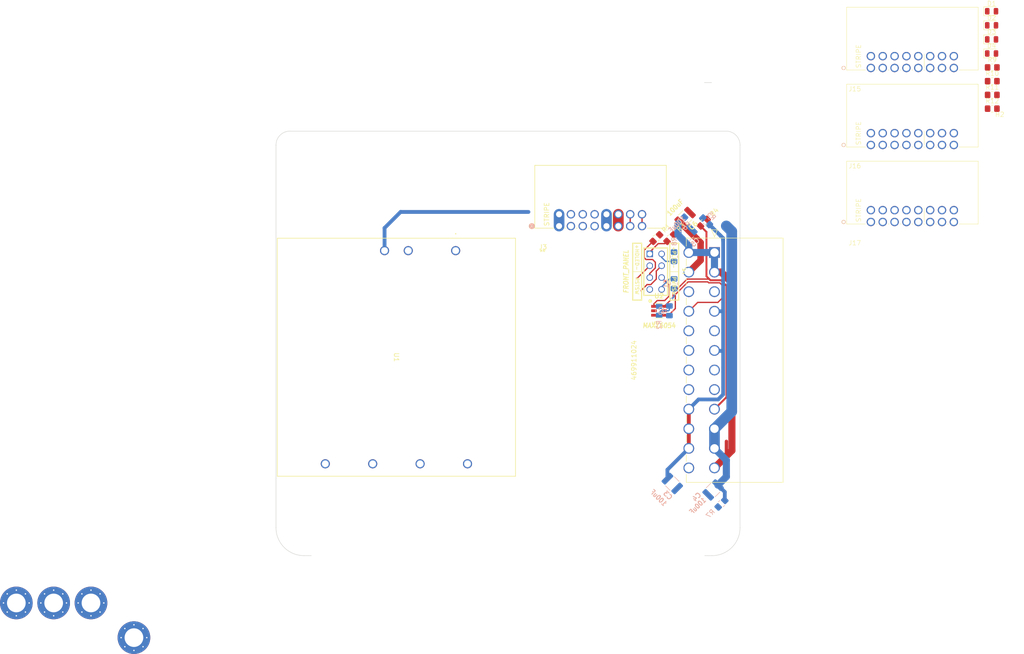
<source format=kicad_pcb>
(kicad_pcb (version 20240108) (generator "pcbnew") (generator_version "8.0")
  (layers (0 "F.Cu" signal) (31 "B.Cu" signal) (34 "B.Paste" user) (35 "F.Paste" user) (36 "B.SilkS" user "B.Silkscreen") (37 "F.SilkS" user "F.Silkscreen") (38 "B.Mask" user) (39 "F.Mask" user) (44 "Edge.Cuts" user))
  (net 0 "")
  (net 1 "/GATE")
  (net 2 "/CV")
  (net 3 "GND")
  (net 4 "+5V")
  (net 5 "+12V")
  (net 6 "-12V")
  (net 7 "Net-(D1-K)")
  (net 8 "Net-(D2-K)")
  (net 9 "Net-(D3-A)")
  (net 10 "Net-(D4-K)")
  (net 11 "/CON_GATE 0")
  (net 12 "/CON_CV 0")
  (net 13 "/CON_CV 1")
  (net 14 "/CON_GATE 1")
  (net 17 "+5VSB")
  (net 18 "/~{RST_SIG}")
  (net 19 "+3.3V")
  (net 21 "/~{PS_ON}")
  (net 23 "/HDD_LED-")
  (net 24 "/PWR_LED+")
  (net 25 "/HDD_LED+")
  (net 26 "/PWR_LED-")
  (net 27 "GNDA")
  (net 28 "-12VA")
  (net 29 "+12VA")
  (net 31 "/~{RST_SW}")
  (net 32 "/~{PWR_SW}")
  (footprint "LED_SMD:LED_0805_2012Metric" (layer "F.Cu") (at 291.865 23.615)
    (property "Reference" "D4" (at 0 -1.65 0) (layer "F.SilkS") (effects (font (thickness 0.1))))
    (property "Value" "PWR_CONN")
    (pad "1" smd roundrect (at -0.9375 0) (size 0.975 1.4) (layers "F.Cu" "F.Paste" "F.Mask") (net 10 "Net-(D4-K)"))
    (pad "2" smd roundrect (at 0.9375 0) (size 0.975 1.4) (layers "F.Cu" "F.Paste" "F.Mask") (net 17 "+5VSB"))
  )
  (footprint "Resistor_SMD:R_0805_2012Metric_Pad1.20x1.40mm_HandSolder" (layer "F.Cu") (at 223.005 63.2 -135)
    (property "Reference" "R3" (at -3.25 0 45) (layer "F.SilkS"))
    (property "Value" "330")
    (pad "1" smd roundrect (at -1 0 225) (size 1.2 1.4) (layers "F.Cu" "F.Paste" "F.Mask") (roundrect_rratio 0.208333) (net 4 "+5V"))
    (pad "2" smd roundrect (at 1 0 225) (size 1.2 1.4) (layers "F.Cu" "F.Paste" "F.Mask") (roundrect_rratio 0.208333) (net 25 "/HDD_LED+"))
  )
  (footprint "Resistor_SMD:R_0805_2012Metric_Pad1.20x1.40mm_HandSolder" (layer "F.Cu") (at 292.005 32.5)
    (property "Reference" "R11" (at 0 -1.65 0) (layer "F.SilkS") (effects (font (thickness 0.1))))
    (property "Value" "500")
    (pad "1" smd roundrect (at -1 0) (size 1.2 1.4) (layers "F.Cu" "F.Paste" "F.Mask") (roundrect_rratio 0.208333) (net 3 "GND"))
    (pad "2" smd roundrect (at 1 0) (size 1.2 1.4) (layers "F.Cu" "F.Paste" "F.Mask") (roundrect_rratio 0.208333) (net 8 "Net-(D2-K)"))
  )
  (footprint "llama_shared:H_ATX_PERF" (layer "F.Cu") (at 90.85 141.465 90)
    (property "Reference" "H5" (hide yes))
    (property "Value" "H_HOLE" (hide yes))
    (pad "1" thru_hole circle (at -2.75 0 90) (size 0.4 0.4) (drill 0.3) (layers "*.Cu" "*.Mask") (net 3 "GND"))
    (pad "1" thru_hole circle (at -1.95 -1.95 90) (size 0.4 0.4) (drill 0.3) (layers "*.Cu" "*.Mask") (net 3 "GND"))
    (pad "1" thru_hole circle (at -1.95 1.95 90) (size 0.4 0.4) (drill 0.3) (layers "*.Cu" "*.Mask") (net 3 "GND"))
    (pad "1" thru_hole circle (at 0 -2.75 90) (size 0.4 0.4) (drill 0.3) (layers "*.Cu" "*.Mask") (net 3 "GND"))
    (pad "1" thru_hole circle (at 0 0 90) (size 7 7) (drill 4) (layers "*.Cu" "*.Mask") (net 3 "GND"))
    (pad "1" thru_hole circle (at 0 2.75 90) (size 0.4 0.4) (drill 0.3) (layers "*.Cu" "*.Mask") (net 3 "GND"))
    (pad "1" thru_hole circle (at 1.95 -1.95 90) (size 0.4 0.4) (drill 0.3) (layers "*.Cu" "*.Mask") (net 3 "GND"))
    (pad "1" thru_hole circle (at 1.95 1.95 90) (size 0.4 0.4) (drill 0.3) (layers "*.Cu" "*.Mask") (net 3 "GND"))
    (pad "1" thru_hole circle (at 2.75 0 90) (size 0.4 0.4) (drill 0.3) (layers "*.Cu" "*.Mask") (net 3 "GND"))
  )
  (footprint "Resistor_SMD:R_0805_2012Metric_Pad1.20x1.40mm_HandSolder" (layer "F.Cu") (at 292.005 29.55)
    (property "Reference" "R10" (at 0 -1.65 0) (layer "F.SilkS") (effects (font (thickness 0.1))))
    (property "Value" "150")
    (pad "1" smd roundrect (at -1 0) (size 1.2 1.4) (layers "F.Cu" "F.Paste" "F.Mask") (roundrect_rratio 0.208333) (net 3 "GND"))
    (pad "2" smd roundrect (at 1 0) (size 1.2 1.4) (layers "F.Cu" "F.Paste" "F.Mask") (roundrect_rratio 0.208333) (net 7 "Net-(D1-K)"))
  )
  (footprint "AT-Footprints:DKA30_MWU" (layer "F.Cu") (at 177.005 65.9 -90)
    (property "Reference" "U1" (at 22.86 12.7 -90) (layer "F.SilkS"))
    (property "Value" "DKA30A-12")
    (fp_text user "*" (at 0 -18.626668 -90) (layer "F.SilkS"))
    (fp_text user "*" (at 0 -18.626668 90) (layer "F.SilkS"))
    (pad "1" thru_hole circle (at 0 0 270) (size 1.9558 1.9558) (drill 1.4478) (layers "*.Cu" "*.Mask"))
    (pad "3" thru_hole circle (at 0 10.16 270) (size 1.9558 1.9558) (drill 1.4478) (layers "*.Cu" "*.Mask") (net 3 "GND"))
    (pad "4" thru_hole circle (at 0 15.24 270) (size 1.9558 1.9558) (drill 1.4478) (layers "*.Cu" "*.Mask") (net 5 "+12V"))
    (pad "5" thru_hole circle (at 45.72 27.94 270) (size 1.9558 1.9558) (drill 1.4478) (layers "*.Cu" "*.Mask") (net 29 "+12VA"))
    (pad "6" thru_hole circle (at 45.72 17.78 270) (size 1.9558 1.9558) (drill 1.4478) (layers "*.Cu" "*.Mask") (net 27 "GNDA"))
    (pad "7" thru_hole circle (at 45.72 7.62 270) (size 1.9558 1.9558) (drill 1.4478) (layers "*.Cu" "*.Mask") (net 28 "-12VA"))
    (pad "8" thru_hole circle (at 45.72 -2.54 270) (size 1.9558 1.9558) (drill 1.4478) (layers "*.Cu" "*.Mask"))
  )
  (footprint "llama_shared:C_1210_3225Metric" (layer "F.Cu") (at 226.179517 58.767983 -135)
    (property "Reference" "C6" (at 0 -2.5 45) (layer "F.SilkS") (effects (font (size 1.016 1.016) (thickness 0.2032))))
    (property "Value" "100uF" (at 0 3 45) (layer "F.SilkS") (effects (font (size 1.016 0.9144) (thickness 0.2032))))
    (pad "1" smd roundrect (at -1.475001 0 225) (size 1.15 2.7) (layers "F.Cu" "F.Paste" "F.Mask") (roundrect_rratio 0.217391) (net 3 "GND"))
    (pad "2" smd roundrect (at 1.475001 0 225) (size 1.15 2.7) (layers "F.Cu" "F.Paste" "F.Mask") (roundrect_rratio 0.217391) (net 6 "-12V"))
  )
  (footprint "Resistor_SMD:R_0805_2012Metric_Pad1.20x1.40mm_HandSolder" (layer "F.Cu") (at 220.005 63.2 -135)
    (property "Reference" "R1" (at -3 0 45) (layer "F.SilkS"))
    (property "Value" "10k")
    (pad "1" smd roundrect (at -1 0 225) (size 1.2 1.4) (layers "F.Cu" "F.Paste" "F.Mask") (roundrect_rratio 0.208333) (net 4 "+5V"))
    (pad "2" smd roundrect (at 1 0 225) (size 1.2 1.4) (layers "F.Cu" "F.Paste" "F.Mask") (roundrect_rratio 0.208333) (net 31 "/~{RST_SW}"))
  )
  (footprint "AT-Footprints:EURORACK Right Angle" (layer "F.Cu") (at 265.993 59.753997)
    (property "Reference" "J17" (at -3.45 4.5 0) (layer "F.SilkS") (effects (font (thickness 0.1))))
    (property "Value" "EXT MODULE")
    (fp_text user "STRIPE" (at -2.05 0.1 90) (layer "F.SilkS") (effects (font (thickness 0.1)) (justify left bottom)))
    (pad "1" thru_hole circle (at 0 0) (size 1.8034 1.8034) (drill 1.2954) (layers "*.Cu" "*.Mask") (net 6 "-12V"))
    (pad "2" thru_hole circle (at 0 -2.54) (size 1.8034 1.8034) (drill 1.2954) (layers "*.Cu" "*.Mask") (net 6 "-12V"))
    (pad "3" thru_hole circle (at 2.54 0) (size 1.8034 1.8034) (drill 1.2954) (layers "*.Cu" "*.Mask") (net 3 "GND"))
    (pad "4" thru_hole circle (at 2.54 -2.54) (size 1.8034 1.8034) (drill 1.2954) (layers "*.Cu" "*.Mask") (net 3 "GND"))
    (pad "5" thru_hole circle (at 5.08 0) (size 1.8034 1.8034) (drill 1.2954) (layers "*.Cu" "*.Mask") (net 3 "GND"))
    (pad "6" thru_hole circle (at 5.08 -2.54) (size 1.8034 1.8034) (drill 1.2954) (layers "*.Cu" "*.Mask") (net 3 "GND"))
    (pad "7" thru_hole circle (at 7.62 0) (size 1.8034 1.8034) (drill 1.2954) (layers "*.Cu" "*.Mask") (net 3 "GND"))
    (pad "8" thru_hole circle (at 7.62 -2.54) (size 1.8034 1.8034) (drill 1.2954) (layers "*.Cu" "*.Mask") (net 3 "GND"))
    (pad "9" thru_hole circle (at 10.16 0) (size 1.8034 1.8034) (drill 1.2954) (layers "*.Cu" "*.Mask") (net 5 "+12V"))
    (pad "10" thru_hole circle (at 10.16 -2.54) (size 1.8034 1.8034) (drill 1.2954) (layers "*.Cu" "*.Mask") (net 5 "+12V"))
    (pad "11" thru_hole circle (at 12.7 0) (size 1.8034 1.8034) (drill 1.2954) (layers "*.Cu" "*.Mask") (net 4 "+5V"))
    (pad "12" thru_hole circle (at 12.7 -2.54) (size 1.8034 1.8034) (drill 1.2954) (layers "*.Cu" "*.Mask") (net 4 "+5V"))
    (pad "13" thru_hole circle (at 15.24 0) (size 1.8034 1.8034) (drill 1.2954) (layers "*.Cu" "*.Mask") (net 13 "/CON_CV 1"))
    (pad "14" thru_hole circle (at 15.24 -2.54) (size 1.8034 1.8034) (drill 1.2954) (layers "*.Cu" "*.Mask") (net 14 "/CON_GATE 1"))
    (pad "15" thru_hole circle (at 17.78 0) (size 1.8034 1.8034) (drill 1.2954) (layers "*.Cu" "*.Mask") (net 14 "/CON_GATE 1"))
    (pad "16" thru_hole circle (at 17.78 -2.54) (size 1.8034 1.8034) (drill 1.2954) (layers "*.Cu" "*.Mask") (net 13 "/CON_CV 1"))
  )
  (footprint "llama_shared:P_CONN_PANEL" (layer "F.Cu") (at 219.875 70.41 -90)
    (property "Reference" "J6" (at 0 -6.35 90) (layer "F.SilkS") (effects (font (size 1.016 1.016) (thickness 0.2032))))
    (property "Value" "FRONT_PANEL" (at 0 6.35 90) (layer "F.SilkS") (effects (font (size 1.016 0.9144) (thickness 0.2032) (italic yes))))
    (fp_text user "+HDLED-" (at -3.048 4.0106 -90) (layer "F.SilkS") (effects (font (size 0.762 0.762) (thickness 0.1524) (bold yes))))
    (fp_text user "RSTSW" (at 3.048 4.0106 -90) (layer "F.SilkS") (effects (font (size 0.762 0.762) (thickness 0.1524) (bold yes))))
    (fp_text user "PWRSW" (at 3.048 -3.909 -90) (layer "F.SilkS") (effects (font (size 0.762 0.762) (thickness 0.1524) (bold yes))))
    (fp_text user "+PLED-" (at -3.048 -3.909 -90) (layer "F.SilkS") (effects (font (size 0.762 0.762) (thickness 0.1524) (bold yes))))
    (pad "1" thru_hole rect (at -3.81 1.27 270) (size 1.397 1.397) (drill 1.016) (layers "*.Cu" "*.Mask") (net 25 "/HDD_LED+"))
    (pad "2" thru_hole circle (at -1.27 1.27 270) (size 1.397 1.397) (drill 1.016) (layers "*.Cu" "*.Mask") (net 23 "/HDD_LED-"))
    (pad "3" thru_hole circle (at 1.27 1.27 270) (size 1.397 1.397) (drill 1.016) (layers "*.Cu" "*.Mask") (net 31 "/~{RST_SW}"))
    (pad "4" thru_hole circle (at 3.81 1.27 270) (size 1.397 1.397) (drill 1.016) (layers "*.Cu" "*.Mask") (net 3 "GND"))
    (pad "5" thru_hole circle (at 3.81 -1.27 270) (size 1.397 1.397) (drill 1.016) (layers "*.Cu" "*.Mask") (net 3 "GND"))
    (pad "6" thru_hole circle (at 1.27 -1.27 270) (size 1.397 1.397) (drill 1.016) (layers "*.Cu" "*.Mask") (net 32 "/~{PWR_SW}"))
    (pad "7" thru_hole circle (at -1.27 -1.27 270) (size 1.397 1.397) (drill 1.016) (layers "*.Cu" "*.Mask") (net 26 "/PWR_LED-"))
    (pad "8" thru_hole circle (at -3.81 -1.27 270) (size 1.397 1.397) (drill 1.016) (layers "*.Cu" "*.Mask") (net 24 "/PWR_LED+"))
  )
  (footprint "Resistor_SMD:R_0805_2012Metric_Pad1.20x1.40mm_HandSolder" (layer "F.Cu") (at 230.179607 59.9 45)
    (property "Reference" "R4" (at 3.181981 0 45) (layer "F.SilkS"))
    (property "Value" "470")
    (pad "1" smd roundrect (at -1 0 45) (size 1.2 1.4) (layers "F.Cu" "F.Paste" "F.Mask") (roundrect_rratio 0.208333) (net 17 "+5VSB"))
    (pad "2" smd roundrect (at 1 0 45) (size 1.2 1.4) (layers "F.Cu" "F.Paste" "F.Mask") (roundrect_rratio 0.208333) (net 3 "GND"))
  )
  (footprint "llama_shared:H_ATX_PERF" (layer "F.Cu") (at 82.85 141.465 90)
    (property "Reference" "H1" (hide yes))
    (property "Value" "H_HOLE" (hide yes))
    (pad "1" thru_hole circle (at -2.75 0 90) (size 0.4 0.4) (drill 0.3) (layers "*.Cu" "*.Mask") (net 3 "GND"))
    (pad "1" thru_hole circle (at -1.95 -1.95 90) (size 0.4 0.4) (drill 0.3) (layers "*.Cu" "*.Mask") (net 3 "GND"))
    (pad "1" thru_hole circle (at -1.95 1.95 90) (size 0.4 0.4) (drill 0.3) (layers "*.Cu" "*.Mask") (net 3 "GND"))
    (pad "1" thru_hole circle (at 0 -2.75 90) (size 0.4 0.4) (drill 0.3) (layers "*.Cu" "*.Mask") (net 3 "GND"))
    (pad "1" thru_hole circle (at 0 0 90) (size 7 7) (drill 4) (layers "*.Cu" "*.Mask") (net 3 "GND"))
    (pad "1" thru_hole circle (at 0 2.75 90) (size 0.4 0.4) (drill 0.3) (layers "*.Cu" "*.Mask") (net 3 "GND"))
    (pad "1" thru_hole circle (at 1.95 -1.95 90) (size 0.4 0.4) (drill 0.3) (layers "*.Cu" "*.Mask") (net 3 "GND"))
    (pad "1" thru_hole circle (at 1.95 1.95 90) (size 0.4 0.4) (drill 0.3) (layers "*.Cu" "*.Mask") (net 3 "GND"))
    (pad "1" thru_hole circle (at 2.75 0 90) (size 0.4 0.4) (drill 0.3) (layers "*.Cu" "*.Mask") (net 3 "GND"))
  )
  (footprint "LED_SMD:LED_0805_2012Metric" (layer "F.Cu") (at 291.865 14.555)
    (property "Reference" "D1" (at 0 -1.65 0) (layer "F.SilkS") (effects (font (thickness 0.1))))
    (property "Value" "5V OK")
    (pad "1" smd roundrect (at -0.9375 0) (size 0.975 1.4) (layers "F.Cu" "F.Paste" "F.Mask") (net 7 "Net-(D1-K)"))
    (pad "2" smd roundrect (at 0.9375 0) (size 0.975 1.4) (layers "F.Cu" "F.Paste" "F.Mask") (net 4 "+5V"))
  )
  (footprint "AT-Footprints:EURORACK Right Angle" (layer "F.Cu") (at 265.993 43.238998)
    (property "Reference" "J16" (at -3.45 4.5 0) (layer "F.SilkS") (effects (font (thickness 0.1))))
    (property "Value" "EXT MODULE")
    (fp_text user "STRIPE" (at -2.05 0.1 90) (layer "F.SilkS") (effects (font (thickness 0.1)) (justify left bottom)))
    (pad "1" thru_hole circle (at 0 0) (size 1.8034 1.8034) (drill 1.2954) (layers "*.Cu" "*.Mask") (net 6 "-12V"))
    (pad "2" thru_hole circle (at 0 -2.54) (size 1.8034 1.8034) (drill 1.2954) (layers "*.Cu" "*.Mask") (net 6 "-12V"))
    (pad "3" thru_hole circle (at 2.54 0) (size 1.8034 1.8034) (drill 1.2954) (layers "*.Cu" "*.Mask") (net 3 "GND"))
    (pad "4" thru_hole circle (at 2.54 -2.54) (size 1.8034 1.8034) (drill 1.2954) (layers "*.Cu" "*.Mask") (net 3 "GND"))
    (pad "5" thru_hole circle (at 5.08 0) (size 1.8034 1.8034) (drill 1.2954) (layers "*.Cu" "*.Mask") (net 3 "GND"))
    (pad "6" thru_hole circle (at 5.08 -2.54) (size 1.8034 1.8034) (drill 1.2954) (layers "*.Cu" "*.Mask") (net 3 "GND"))
    (pad "7" thru_hole circle (at 7.62 0) (size 1.8034 1.8034) (drill 1.2954) (layers "*.Cu" "*.Mask") (net 3 "GND"))
    (pad "8" thru_hole circle (at 7.62 -2.54) (size 1.8034 1.8034) (drill 1.2954) (layers "*.Cu" "*.Mask") (net 3 "GND"))
    (pad "9" thru_hole circle (at 10.16 0) (size 1.8034 1.8034) (drill 1.2954) (layers "*.Cu" "*.Mask") (net 5 "+12V"))
    (pad "10" thru_hole circle (at 10.16 -2.54) (size 1.8034 1.8034) (drill 1.2954) (layers "*.Cu" "*.Mask") (net 5 "+12V"))
    (pad "11" thru_hole circle (at 12.7 0) (size 1.8034 1.8034) (drill 1.2954) (layers "*.Cu" "*.Mask") (net 4 "+5V"))
    (pad "12" thru_hole circle (at 12.7 -2.54) (size 1.8034 1.8034) (drill 1.2954) (layers "*.Cu" "*.Mask") (net 4 "+5V"))
    (pad "13" thru_hole circle (at 15.24 0) (size 1.8034 1.8034) (drill 1.2954) (layers "*.Cu" "*.Mask") (net 12 "/CON_CV 0"))
    (pad "14" thru_hole circle (at 15.24 -2.54) (size 1.8034 1.8034) (drill 1.2954) (layers "*.Cu" "*.Mask") (net 11 "/CON_GATE 0"))
    (pad "15" thru_hole circle (at 17.78 0) (size 1.8034 1.8034) (drill 1.2954) (layers "*.Cu" "*.Mask") (net 11 "/CON_GATE 0"))
    (pad "16" thru_hole circle (at 17.78 -2.54) (size 1.8034 1.8034) (drill 1.2954) (layers "*.Cu" "*.Mask") (net 12 "/CON_CV 0"))
  )
  (footprint "Resistor_SMD:R_0805_2012Metric_Pad1.20x1.40mm_HandSolder" (layer "F.Cu") (at 292.005 26.6)
    (property "Reference" "R9" (at 0 -1.65 0) (layer "F.SilkS") (effects (font (thickness 0.1))))
    (property "Value" "150")
    (pad "1" smd roundrect (at -1 0) (size 1.2 1.4) (layers "F.Cu" "F.Paste" "F.Mask") (roundrect_rratio 0.208333) (net 3 "GND"))
    (pad "2" smd roundrect (at 1 0) (size 1.2 1.4) (layers "F.Cu" "F.Paste" "F.Mask") (roundrect_rratio 0.208333) (net 10 "Net-(D4-K)"))
  )
  (footprint "MountingHole:MountingHole_3.2mm_M3" (layer "F.Cu") (at 293.605 40.9)
    (property "Reference" "H2" (at 0 -4.2 0) (layer "F.SilkS") (effects (font (thickness 0.1))))
    (property "Value" "MountingHole")
    (pad "" np_thru_hole circle (at 0 0) (size 3.2 3.2) (drill 3.2) (layers "*.Cu" "*.Mask"))
  )
  (footprint "llama_shared:H_ATX_PERF" (layer "F.Cu") (at 108.055 148.9 90)
    (property "Reference" "H7" (hide yes))
    (property "Value" "H_HOLE" (hide yes))
    (pad "1" thru_hole circle (at -2.75 0 90) (size 0.4 0.4) (drill 0.3) (layers "*.Cu" "*.Mask") (net 3 "GND"))
    (pad "1" thru_hole circle (at -1.95 -1.95 90) (size 0.4 0.4) (drill 0.3) (layers "*.Cu" "*.Mask") (net 3 "GND"))
    (pad "1" thru_hole circle (at -1.95 1.95 90) (size 0.4 0.4) (drill 0.3) (layers "*.Cu" "*.Mask") (net 3 "GND"))
    (pad "1" thru_hole circle (at 0 -2.75 90) (size 0.4 0.4) (drill 0.3) (layers "*.Cu" "*.Mask") (net 3 "GND"))
    (pad "1" thru_hole circle (at 0 0 90) (size 7 7) (drill 4) (layers "*.Cu" "*.Mask") (net 3 "GND"))
    (pad "1" thru_hole circle (at 0 2.75 90) (size 0.4 0.4) (drill 0.3) (layers "*.Cu" "*.Mask") (net 3 "GND"))
    (pad "1" thru_hole circle (at 1.95 -1.95 90) (size 0.4 0.4) (drill 0.3) (layers "*.Cu" "*.Mask") (net 3 "GND"))
    (pad "1" thru_hole circle (at 1.95 1.95 90) (size 0.4 0.4) (drill 0.3) (layers "*.Cu" "*.Mask") (net 3 "GND"))
    (pad "1" thru_hole circle (at 2.75 0 90) (size 0.4 0.4) (drill 0.3) (layers "*.Cu" "*.Mask") (net 3 "GND"))
  )
  (footprint "ATX:ATX_24_RIGHT_ANGLE_MOLEX_469911024" (layer "F.Cu") (at 232.4725 66.304002 90)
    (property "Reference" "J5" (at -15.519992 -12.76 90) (layer "F.SilkS"))
    (property "Value" "ATX_POWER")
    (fp_text user "469911024" (at -23.099992 -17.257499 90) (layer "F.SilkS"))
    (pad "1" thru_hole rect (at 0 0 90) (size 2.3 2.3) (drill 1.8) (layers "*.Cu" "*.Mask") (net 19 "+3.3V"))
    (pad "2" thru_hole circle (at -4.199999 0 90) (size 2.3 2.3) (drill 1.8) (layers "*.Cu" "*.Mask") (net 19 "+3.3V"))
    (pad "3" thru_hole circle (at -8.399998 0 90) (size 2.3 2.3) (drill 1.8) (layers "*.Cu" "*.Mask") (net 3 "GND"))
    (pad "4" thru_hole circle (at -12.599998 0 90) (size 2.3 2.3) (drill 1.8) (layers "*.Cu" "*.Mask") (net 4 "+5V"))
    (pad "5" thru_hole circle (at -16.799997 0 90) (size 2.3 2.3) (drill 1.8) (layers "*.Cu" "*.Mask") (net 3 "GND"))
    (pad "6" thru_hole circle (at -20.999996 0 90) (size 2.3 2.3) (drill 1.8) (layers "*.Cu" "*.Mask") (net 4 "+5V"))
    (pad "7" thru_hole circle (at -25.199995 0 90) (size 2.3 2.3) (drill 1.8) (layers "*.Cu" "*.Mask") (net 3 "GND"))
    (pad "8" thru_hole circle (at -29.399995 0 90) (size 2.3 2.3) (drill 1.8) (layers "*.Cu" "*.Mask"))
    (pad "9" thru_hole circle (at -33.599994 0 90) (size 2.3 2.3) (drill 1.8) (layers "*.Cu" "*.Mask") (net 17 "+5VSB"))
    (pad "10" thru_hole circle (at -37.79999 0 90) (size 2.3 2.3) (drill 1.8) (layers "*.Cu" "*.Mask") (net 5 "+12V"))
    (pad "11" thru_hole circle (at -41.99999 0 90) (size 2.3 2.3) (drill 1.8) (layers "*.Cu" "*.Mask") (net 5 "+12V"))
    (pad "12" thru_hole circle (at -46.199989 0 90) (size 2.3 2.3) (drill 1.8) (layers "*.Cu" "*.Mask") (net 19 "+3.3V"))
    (pad "13" thru_hole circle (at 0 -5.499999 90) (size 2.3 2.3) (drill 1.8) (layers "*.Cu" "*.Mask") (net 19 "+3.3V"))
    (pad "14" thru_hole circle (at -4.199999 -5.499999 90) (size 2.3 2.3) (drill 1.8) (layers "*.Cu" "*.Mask") (net 6 "-12V"))
    (pad "15" thru_hole circle (at -8.399998 -5.499999 90) (size 2.3 2.3) (drill 1.8) (layers "*.Cu" "*.Mask") (net 3 "GND"))
    (pad "16" thru_hole circle (at -12.599998 -5.499999 90) (size 2.3 2.3) (drill 1.8) (layers "*.Cu" "*.Mask") (net 21 "/~{PS_ON}"))
    (pad "17" thru_hole circle (at -16.799997 -5.499999 90) (size 2.3 2.3) (drill 1.8) (layers "*.Cu" "*.Mask") (net 3 "GND"))
    (pad "18" thru_hole circle (at -20.999996 -5.499999 90) (size 2.3 2.3) (drill 1.8) (layers "*.Cu" "*.Mask") (net 3 "GND"))
    (pad "19" thru_hole circle (at -25.199995 -5.499999 90) (size 2.3 2.3) (drill 1.8) (layers "*.Cu" "*.Mask") (net 3 "GND"))
    (pad "20" thru_hole circle (at -29.399995 -5.499999 90) (size 2.3 2.3) (drill 1.8) (layers "*.Cu" "*.Mask"))
    (pad "21" thru_hole circle (at -33.599994 -5.499999 90) (size 2.3 2.3) (drill 1.8) (layers "*.Cu" "*.Mask") (net 4 "+5V"))
    (pad "22" thru_hole circle (at -37.79999 -5.499999 90) (size 2.3 2.3) (drill 1.8) (layers "*.Cu" "*.Mask") (net 4 "+5V"))
    (pad "23" thru_hole circle (at -41.99999 -5.499999 90) (size 2.3 2.3) (drill 1.8) (layers "*.Cu" "*.Mask") (net 4 "+5V"))
    (pad "24" thru_hole circle (at -46.199989 -5.499999 90) (size 2.3 2.3) (drill 1.8) (layers "*.Cu" "*.Mask") (net 3 "GND"))
  )
  (footprint "LED_SMD:LED_0805_2012Metric" (layer "F.Cu") (at 291.865 17.575)
    (property "Reference" "D2" (at 0 -1.65 0) (layer "F.SilkS") (effects (font (thickness 0.1))))
    (property "Value" "12V OK")
    (pad "1" smd roundrect (at -0.9375 0) (size 0.975 1.4) (layers "F.Cu" "F.Paste" "F.Mask") (net 8 "Net-(D2-K)"))
    (pad "2" smd roundrect (at 0.9375 0) (size 0.975 1.4) (layers "F.Cu" "F.Paste" "F.Mask") (net 5 "+12V"))
  )
  (footprint "LED_SMD:LED_0805_2012Metric" (layer "F.Cu") (at 291.865 20.595)
    (property "Reference" "D3" (at 0 -1.65 0) (layer "F.SilkS") (effects (font (thickness 0.1))))
    (property "Value" "-12V OK")
    (pad "1" smd roundrect (at -0.9375 0) (size 0.975 1.4) (layers "F.Cu" "F.Paste" "F.Mask") (net 6 "-12V"))
    (pad "2" smd roundrect (at 0.9375 0) (size 0.975 1.4) (layers "F.Cu" "F.Paste" "F.Mask") (net 9 "Net-(D3-A)"))
  )
  (footprint "AT-Footprints:EURORACK Right Angle" (layer "F.Cu") (at 265.993 26.723999)
    (property "Reference" "J15" (at -3.45 4.5 0) (layer "F.SilkS") (effects (font (thickness 0.1))))
    (property "Value" "EURO_CONN")
    (fp_text user "STRIPE" (at -2.05 0.1 90) (layer "F.SilkS") (effects (font (thickness 0.1)) (justify left bottom)))
    (pad "1" thru_hole circle (at 0 0) (size 1.8034 1.8034) (drill 1.2954) (layers "*.Cu" "*.Mask") (net 6 "-12V"))
    (pad "2" thru_hole circle (at 0 -2.54) (size 1.8034 1.8034) (drill 1.2954) (layers "*.Cu" "*.Mask") (net 6 "-12V"))
    (pad "3" thru_hole circle (at 2.54 0) (size 1.8034 1.8034) (drill 1.2954) (layers "*.Cu" "*.Mask") (net 3 "GND"))
    (pad "4" thru_hole circle (at 2.54 -2.54) (size 1.8034 1.8034) (drill 1.2954) (layers "*.Cu" "*.Mask") (net 3 "GND"))
    (pad "5" thru_hole circle (at 5.08 0) (size 1.8034 1.8034) (drill 1.2954) (layers "*.Cu" "*.Mask") (net 3 "GND"))
    (pad "6" thru_hole circle (at 5.08 -2.54) (size 1.8034 1.8034) (drill 1.2954) (layers "*.Cu" "*.Mask") (net 3 "GND"))
    (pad "7" thru_hole circle (at 7.62 0) (size 1.8034 1.8034) (drill 1.2954) (layers "*.Cu" "*.Mask") (net 3 "GND"))
    (pad "8" thru_hole circle (at 7.62 -2.54) (size 1.8034 1.8034) (drill 1.2954) (layers "*.Cu" "*.Mask") (net 3 "GND"))
    (pad "9" thru_hole circle (at 10.16 0) (size 1.8034 1.8034) (drill 1.2954) (layers "*.Cu" "*.Mask") (net 5 "+12V"))
    (pad "10" thru_hole circle (at 10.16 -2.54) (size 1.8034 1.8034) (drill 1.2954) (layers "*.Cu" "*.Mask") (net 5 "+12V"))
    (pad "11" thru_hole circle (at 12.7 0) (size 1.8034 1.8034) (drill 1.2954) (layers "*.Cu" "*.Mask") (net 4 "+5V"))
    (pad "12" thru_hole circle (at 12.7 -2.54) (size 1.8034 1.8034) (drill 1.2954) (layers "*.Cu" "*.Mask") (net 4 "+5V"))
    (pad "13" thru_hole circle (at 15.24 0) (size 1.8034 1.8034) (drill 1.2954) (layers "*.Cu" "*.Mask") (net 2 "/CV"))
    (pad "14" thru_hole circle (at 15.24 -2.54) (size 1.8034 1.8034) (drill 1.2954) (layers "*.Cu" "*.Mask") (net 2 "/CV"))
    (pad "15" thru_hole circle (at 17.78 0) (size 1.8034 1.8034) (drill 1.2954) (layers "*.Cu" "*.Mask") (net 1 "/GATE"))
    (pad "16" thru_hole circle (at 17.78 -2.54) (size 1.8034 1.8034) (drill 1.2954) (layers "*.Cu" "*.Mask") (net 1 "/GATE"))
  )
  (footprint "llama_shared:U_TSOT-23-6" (layer "F.Cu") (at 220.605 78.8)
    (property "Reference" "U2" (at 0 -3.175 0) (layer "F.SilkS") (effects (font (size 1.016 1.016) (thickness 0.2032))))
    (property "Value" "MAX16054" (at 0 3.175 0) (layer "F.SilkS") (effects (font (size 1.016 0.9144) (thickness 0.2032) (italic yes))))
    (pad "1" smd rect (at -1.1 -0.95) (size 1.2 0.6) (layers "F.Cu" "F.Paste" "F.Mask") (net 32 "/~{PWR_SW}"))
    (pad "2" smd rect (at -1.1 0) (size 1.2 0.6) (layers "F.Cu" "F.Paste" "F.Mask") (net 3 "GND"))
    (pad "3" smd rect (at -1.1 0.95) (size 1.2 0.6) (layers "F.Cu" "F.Paste" "F.Mask") (net 3 "GND"))
    (pad "4" smd rect (at 1.1 0.95) (size 1.2 0.6) (layers "F.Cu" "F.Paste" "F.Mask") (net 21 "/~{PS_ON}"))
    (pad "5" smd rect (at 1.1 0) (size 1.2 0.6) (layers "F.Cu" "F.Paste" "F.Mask"))
    (pad "6" smd rect (at 1.1 -0.95) (size 1.2 0.6) (layers "F.Cu" "F.Paste" "F.Mask") (net 17 "+5VSB"))
  )
  (footprint "Resistor_SMD:R_0805_2012Metric_Pad1.20x1.40mm_HandSolder" (layer "F.Cu") (at 292.005 35.45)
    (property "Reference" "R12" (at 0 -1.65 0) (layer "F.SilkS") (effects (font (thickness 0.1))))
    (property "Value" "500")
    (pad "1" smd roundrect (at -1 0) (size 1.2 1.4) (layers "F.Cu" "F.Paste" "F.Mask") (roundrect_rratio 0.208333) (net 9 "Net-(D3-A)"))
    (pad "2" smd roundrect (at 1 0) (size 1.2 1.4) (layers "F.Cu" "F.Paste" "F.Mask") (roundrect_rratio 0.208333) (net 3 "GND"))
  )
  (footprint "AT-Footprints:EURORACK Right Angle" (layer "F.Cu") (at 199.165 60.64)
    (property "Reference" "J3" (at -3.45 4.5 0) (layer "F.SilkS"))
    (property "Value" "EURO_CONN")
    (fp_text user "STRIPE" (at -2.05 0.1 90) (layer "F.SilkS") (effects (justify left bottom)))
    (pad "1" thru_hole circle (at 0 0) (size 1.8034 1.8034) (drill 1.2954) (layers "*.Cu" "*.Mask") (net 6 "-12V"))
    (pad "2" thru_hole circle (at 0 -2.54) (size 1.8034 1.8034) (drill 1.2954) (layers "*.Cu" "*.Mask") (net 6 "-12V"))
    (pad "3" thru_hole circle (at 2.54 0) (size 1.8034 1.8034) (drill 1.2954) (layers "*.Cu" "*.Mask") (net 3 "GND"))
    (pad "4" thru_hole circle (at 2.54 -2.54) (size 1.8034 1.8034) (drill 1.2954) (layers "*.Cu" "*.Mask") (net 3 "GND"))
    (pad "5" thru_hole circle (at 5.08 0) (size 1.8034 1.8034) (drill 1.2954) (layers "*.Cu" "*.Mask") (net 3 "GND"))
    (pad "6" thru_hole circle (at 5.08 -2.54) (size 1.8034 1.8034) (drill 1.2954) (layers "*.Cu" "*.Mask") (net 3 "GND"))
    (pad "7" thru_hole circle (at 7.62 0) (size 1.8034 1.8034) (drill 1.2954) (layers "*.Cu" "*.Mask") (net 3 "GND"))
    (pad "8" thru_hole circle (at 7.62 -2.54) (size 1.8034 1.8034) (drill 1.2954) (layers "*.Cu" "*.Mask") (net 3 "GND"))
    (pad "9" thru_hole circle (at 10.16 0) (size 1.8034 1.8034) (drill 1.2954) (layers "*.Cu" "*.Mask") (net 5 "+12V"))
    (pad "10" thru_hole circle (at 10.16 -2.54) (size 1.8034 1.8034) (drill 1.2954) (layers "*.Cu" "*.Mask") (net 5 "+12V"))
    (pad "11" thru_hole circle (at 12.7 0) (size 1.8034 1.8034) (drill 1.2954) (layers "*.Cu" "*.Mask") (net 4 "+5V"))
    (pad "12" thru_hole circle (at 12.7 -2.54) (size 1.8034 1.8034) (drill 1.2954) (layers "*.Cu" "*.Mask") (net 4 "+5V"))
    (pad "13" thru_hole circle (at 15.24 0) (size 1.8034 1.8034) (drill 1.2954) (layers "*.Cu" "*.Mask") (net 2 "/CV"))
    (pad "14" thru_hole circle (at 15.24 -2.54) (size 1.8034 1.8034) (drill 1.2954) (layers "*.Cu" "*.Mask") (net 2 "/CV"))
    (pad "15" thru_hole circle (at 17.78 0) (size 1.8034 1.8034) (drill 1.2954) (layers "*.Cu" "*.Mask") (net 1 "/GATE"))
    (pad "16" thru_hole circle (at 17.78 -2.54) (size 1.8034 1.8034) (drill 1.2954) (layers "*.Cu" "*.Mask") (net 1 "/GATE"))
  )
  (footprint "llama_shared:H_ATX_PERF" (layer "F.Cu") (at 98.85 141.465 90)
    (property "Reference" "H6" (hide yes))
    (property "Value" "H_HOLE" (hide yes))
    (pad "1" thru_hole circle (at -2.75 0 90) (size 0.4 0.4) (drill 0.3) (layers "*.Cu" "*.Mask") (net 3 "GND"))
    (pad "1" thru_hole circle (at -1.95 -1.95 90) (size 0.4 0.4) (drill 0.3) (layers "*.Cu" "*.Mask") (net 3 "GND"))
    (pad "1" thru_hole circle (at -1.95 1.95 90) (size 0.4 0.4) (drill 0.3) (layers "*.Cu" "*.Mask") (net 3 "GND"))
    (pad "1" thru_hole circle (at 0 -2.75 90) (size 0.4 0.4) (drill 0.3) (layers "*.Cu" "*.Mask") (net 3 "GND"))
    (pad "1" thru_hole circle (at 0 0 90) (size 7 7) (drill 4) (layers "*.Cu" "*.Mask") (net 3 "GND"))
    (pad "1" thru_hole circle (at 0 2.75 90) (size 0.4 0.4) (drill 0.3) (layers "*.Cu" "*.Mask") (net 3 "GND"))
    (pad "1" thru_hole circle (at 1.95 -1.95 90) (size 0.4 0.4) (drill 0.3) (layers "*.Cu" "*.Mask") (net 3 "GND"))
    (pad "1" thru_hole circle (at 1.95 1.95 90) (size 0.4 0.4) (drill 0.3) (layers "*.Cu" "*.Mask") (net 3 "GND"))
    (pad "1" thru_hole circle (at 2.75 0 90) (size 0.4 0.4) (drill 0.3) (layers "*.Cu" "*.Mask") (net 3 "GND"))
  )
  (footprint "llama_shared:C_1210_3225Metric" (layer "B.Cu") (at 223.429517 115.857017 -45)
    (property "Reference" "C3" (at 1.121447 2.474874 135) (layer "B.SilkS") (effects (font (size 1.016 1.016) (thickness 0.2032)) (justify mirror)))
    (property "Value" "100uF" (at 0.060787 4.242641 135) (layer "B.SilkS") (effects (font (size 1.016 0.9144) (thickness 0.2032)) (justify mirror)))
    (pad "1" smd roundrect (at -1.475001 0 315) (size 1.15 2.7) (layers "B.Cu" "B.Paste" "B.Mask") (roundrect_rratio 0.217391) (net 4 "+5V"))
    (pad "2" smd roundrect (at 1.475001 0 315) (size 1.15 2.7) (layers "B.Cu" "B.Paste" "B.Mask") (roundrect_rratio 0.217391) (net 3 "GND"))
  )
  (footprint "Resistor_SMD:R_0805_2012Metric_Pad1.20x1.40mm_HandSolder" (layer "B.Cu") (at 230.679607 59.607107 135)
    (property "Reference" "R5" (at 0 1.65 135) (layer "B.SilkS") (effects (justify mirror)))
    (property "Value" "470")
    (pad "1" smd roundrect (at -1 0 135) (size 1.2 1.4) (layers "B.Cu" "B.Paste" "B.Mask") (roundrect_rratio 0.208333) (net 4 "+5V"))
    (pad "2" smd roundrect (at 1 0 135) (size 1.2 1.4) (layers "B.Cu" "B.Paste" "B.Mask") (roundrect_rratio 0.208333) (net 3 "GND"))
  )
  (footprint "llama_shared:C_1210_3225Metric" (layer "B.Cu") (at 226.5625 62.37 45)
    (property "Reference" "C5" (at 0 2.5 45) (layer "B.SilkS") (effects (font (size 1.016 1.016) (thickness 0.2032)) (justify mirror)))
    (property "Value" "100uF" (at 0 -3 45) (layer "B.SilkS") (effects (font (size 1.016 0.9144) (thickness 0.2032)) (justify mirror)))
    (pad "1" smd roundrect (at -1.475001 0 45) (size 1.15 2.7) (layers "B.Cu" "B.Paste" "B.Mask") (roundrect_rratio 0.217391) (net 19 "+3.3V"))
    (pad "2" smd roundrect (at 1.475001 0 45) (size 1.15 2.7) (layers "B.Cu" "B.Paste" "B.Mask") (roundrect_rratio 0.217391) (net 3 "GND"))
  )
  (footprint "Capacitor_SMD:C_0805_2012Metric_Pad1.18x1.45mm_HandSolder" (layer "B.Cu") (at 223.805 73 -90)
    (property "Reference" "C1" (at 0 1.679999 90) (layer "B.SilkS") (effects (justify mirror)))
    (property "Value" "0.1uF")
    (pad "1" smd roundrect (at -1.0375 0 270) (size 1.175 1.45) (layers "B.Cu" "B.Paste" "B.Mask") (roundrect_rratio 0.212766) (net 3 "GND"))
    (pad "2" smd roundrect (at 1.0375 0 270) (size 1.175 1.45) (layers "B.Cu" "B.Paste" "B.Mask") (roundrect_rratio 0.212766) (net 17 "+5VSB"))
  )
  (footprint "Resistor_SMD:R_0805_2012Metric_Pad1.20x1.40mm_HandSolder" (layer "B.Cu") (at 225.3525 59.43 45)
    (property "Reference" "R6" (at 0 1.65 45) (layer "B.SilkS") (effects (justify mirror)))
    (property "Value" "470")
    (pad "1" smd roundrect (at -1 0 45) (size 1.2 1.4) (layers "B.Cu" "B.Paste" "B.Mask") (roundrect_rratio 0.208333) (net 19 "+3.3V"))
    (pad "2" smd roundrect (at 1 0 45) (size 1.2 1.4) (layers "B.Cu" "B.Paste" "B.Mask") (roundrect_rratio 0.208333) (net 3 "GND"))
  )
  (footprint "Resistor_SMD:R_0805_2012Metric_Pad1.20x1.40mm_HandSolder" (layer "B.Cu") (at 220.605 78.8 90)
    (property "Reference" "R2" (at -3.019999 0 90) (layer "B.SilkS") (effects (justify mirror)))
    (property "Value" "470")
    (pad "1" smd roundrect (at -1 0 90) (size 1.2 1.4) (layers "B.Cu" "B.Paste" "B.Mask") (roundrect_rratio 0.208333) (net 18 "/~{RST_SIG}"))
    (pad "2" smd roundrect (at 1 0 90) (size 1.2 1.4) (layers "B.Cu" "B.Paste" "B.Mask") (roundrect_rratio 0.208333) (net 31 "/~{RST_SW}"))
  )
  (footprint "llama_shared:C_1210_3225Metric" (layer "B.Cu") (at 232.165393 117.225615 -135)
    (property "Reference" "C4" (at 3.535534 1.414214 45) (layer "B.SilkS") (effects (font (size 1.016 1.016) (thickness 0.2032)) (justify mirror)))
    (property "Value" "100uF" (at 4.757496 -0.101423 45) (layer "B.SilkS") (effects (font (size 1.016 0.9144) (thickness 0.2032)) (justify mirror)))
    (pad "1" smd roundrect (at -1.475001 0 225) (size 1.15 2.7) (layers "B.Cu" "B.Paste" "B.Mask") (roundrect_rratio 0.217391) (net 5 "+12V"))
    (pad "2" smd roundrect (at 1.475001 0 225) (size 1.15 2.7) (layers "B.Cu" "B.Paste" "B.Mask") (roundrect_rratio 0.217391) (net 3 "GND"))
  )
  (footprint "Resistor_SMD:R_0805_2012Metric_Pad1.20x1.40mm_HandSolder" (layer "B.Cu") (at 233.9725 120.171491 -135)
    (property "Reference" "R7" (at 3.191506 0.153781 45) (layer "B.SilkS") (effects (justify mirror)))
    (property "Value" "470")
    (pad "1" smd roundrect (at -1 0 225) (size 1.2 1.4) (layers "B.Cu" "B.Paste" "B.Mask") (roundrect_rratio 0.208333) (net 5 "+12V"))
    (pad "2" smd roundrect (at 1 0 225) (size 1.2 1.4) (layers "B.Cu" "B.Paste" "B.Mask") (roundrect_rratio 0.208333) (net 3 "GND"))
  )
  (footprint "Resistor_SMD:R_0805_2012Metric_Pad1.20x1.40mm_HandSolder" (layer "B.Cu") (at 223.805 67.2 -90)
    (property "Reference" "R8" (at -3.3 -0.05 90) (layer "B.SilkS") (effects (justify mirror)))
    (property "Value" "330")
    (pad "1" smd roundrect (at -1 0 270) (size 1.2 1.4) (layers "B.Cu" "B.Paste" "B.Mask") (roundrect_rratio 0.208333) (net 4 "+5V"))
    (pad "2" smd roundrect (at 1 0 270) (size 1.2 1.4) (layers "B.Cu" "B.Paste" "B.Mask") (roundrect_rratio 0.208333) (net 24 "/PWR_LED+"))
  )
  (footprint "Capacitor_SMD:C_0805_2012Metric_Pad1.18x1.45mm_HandSolder" (layer "B.Cu") (at 222.805 78.8 -90)
    (property "Reference" "C2" (at 0 1.68 90) (layer "B.SilkS") (effects (justify mirror)))
    (property "Value" "10uF")
    (pad "1" smd roundrect (at -1.0375 0 270) (size 1.175 1.45) (layers "B.Cu" "B.Paste" "B.Mask") (roundrect_rratio 0.212766) (net 18 "/~{RST_SIG}"))
    (pad "2" smd roundrect (at 1.0375 0 270) (size 1.175 1.45) (layers "B.Cu" "B.Paste" "B.Mask") (roundrect_rratio 0.212766) (net 3 "GND"))
  )
  (gr_arc (start 237.94992 125.317212) (mid 236.1925 129.56) (end 231.949712 131.31742) (stroke (width 0.1)) (layer "Edge.Cuts"))
  (gr_arc (start 144.499714 131.31742) (mid 140.256926 129.56) (end 138.499506 125.317212) (stroke (width 0.1)) (layer "Edge.Cuts"))
  (gr_line (start 146.074713 131.317213) (end 144.499714 131.31742) (stroke (width 0.1)) (layer "Edge.Cuts"))
  (gr_line (start 138.499506 125.317212) (end 138.499311 43.250213) (stroke (width 0.1)) (layer "Edge.Cuts"))
  (gr_line (start 230.2925 29.86) (end 231.867499 29.86022) (stroke (width 0.1)) (layer "Edge.Cuts"))
  (gr_arc (start 234.966545 40.266811) (mid 237.076129 41.140629) (end 237.949947 43.250213) (stroke (width 0.1)) (layer "Edge.Cuts"))
  (gr_line (start 230.374713 131.317213) (end 231.949712 131.317433) (stroke (width 0.1)) (layer "Edge.Cuts"))
  (gr_arc (start 138.499311 43.250213) (mid 139.373129 41.140629) (end 141.482713 40.266811) (stroke (width 0.1)) (layer "Edge.Cuts"))
  (gr_line (start 141.482713 40.266811) (end 234.966545 40.266811) (stroke (width 0.1)) (layer "Edge.Cuts"))
  (gr_line (start 237.949947 43.250213) (end 237.94992 125.317212) (stroke (width 0.1)) (layer "Edge.Cuts"))
  (segment (start 216.945 60.64) (end 216.945 58.1) (width 0.2794) (layer "F.Cu") (net 1))
  (segment (start 214.405 60.64) (end 214.405 58.1) (width 0.2794) (layer "F.Cu") (net 2))
  (segment (start 221.145 73.66) (end 221.145 74.22) (width 0.2794) (layer "B.Cu") (net 3))
  (segment (start 223.805 71.9625) (end 222.8425 71.9625) (width 0.2794) (layer "B.Cu") (net 3))
  (segment (start 222.8425 71.9625) (end 221.145 73.66) (width 0.2794) (layer "B.Cu") (net 3))
  (segment (start 226.972501 108.303992) (end 226.972501 104.103992) (width 0.8128) (layer "F.Cu") (net 4))
  (segment (start 226.972501 99.903996) (end 227.175611 99.903996) (width 0.8128) (layer "F.Cu") (net 4))
  (segment (start 226.972501 104.103992) (end 226.972501 99.903996) (width 0.8128) (layer "F.Cu") (net 4))
  (segment (start 211.865 60.64) (end 211.865 58.1) (width 2.286) (layer "F.Cu") (net 4))
  (segment (start 232.4725 78.904) (end 232.4765 78.9) (width 0.8128) (layer "B.Cu") (net 4))
  (segment (start 234.229607 78.9) (end 234.329607 79) (width 0.8128) (layer "B.Cu") (net 4))
  (segment (start 232.4765 78.9) (end 234.229607 78.9) (width 0.8128) (layer "B.Cu") (net 4))
  (segment (start 234.329607 63.257107) (end 233.53875 62.46625) (width 0.8128) (layer "B.Cu") (net 4))
  (segment (start 234.329607 63.8) (end 234.329607 63.257107) (width 0.8128) (layer "B.Cu") (net 4))
  (segment (start 233.257517 97.815997) (end 234.329607 96.743907) (width 0.8128) (layer "B.Cu") (net 4))
  (segment (start 232.568502 87.4) (end 234.329607 87.4) (width 0.8128) (layer "B.Cu") (net 4))
  (segment (start 222.386534 114.814034) (end 222.386534 112.889959) (width 0.8128) (layer "B.Cu") (net 4))
  (segment (start 234.329607 63.257107) (end 231.386714 60.314214) (width 0.8128) (layer "B.Cu") (net 4))
  (segment (start 229.0605 97.815997) (end 233.257517 97.815997) (width 0.8128) (layer "B.Cu") (net 4))
  (segment (start 234.329607 96.743907) (end 234.329607 79) (width 0.8128) (layer "B.Cu") (net 4))
  (segment (start 226.972501 99.903996) (end 229.0605 97.815997) (width 0.8128) (layer "B.Cu") (net 4))
  (segment (start 222.386534 112.889959) (end 226.972501 108.303992) (width 0.8128) (layer "B.Cu") (net 4))
  (segment (start 232.4725 87.303998) (end 232.568502 87.4) (width 0.8128) (layer "B.Cu") (net 4))
  (segment (start 234.329607 79) (end 234.329607 63.257107) (width 0.8128) (layer "B.Cu") (net 4))
  (segment (start 234.679607 117.653863) (end 232.697235 115.671491) (width 0.8128) (layer "B.Cu") (net 5))
  (segment (start 232.697235 115.671491) (end 232.515483 115.671491) (width 0.8128) (layer "B.Cu") (net 5))
  (segment (start 165.205 57.6) (end 192.605 57.6) (width 0.8128) (layer "B.Cu") (net 5))
  (segment (start 232.4725 108.303992) (end 232.4725 104.103992) (width 2.286) (layer "B.Cu") (net 5))
  (segment (start 209.325 60.64) (end 209.325 58.1) (width 2.286) (layer "B.Cu") (net 5))
  (segment (start 234.679607 119.464384) (end 234.679607 117.653863) (width 0.8128) (layer "B.Cu") (net 5))
  (segment (start 233.208376 116.182632) (end 235.015483 114.375525) (width 1.524) (layer "B.Cu") (net 5))
  (segment (start 161.765 65.9) (end 161.765 61.04) (width 0.8128) (layer "B.Cu") (net 5))
  (segment (start 161.765 61.04) (end 165.205 57.6) (width 0.8128) (layer "B.Cu") (net 5))
  (segment (start 235.015483 114.375525) (end 235.015483 110.846975) (width 1.524) (layer "B.Cu") (net 5))
  (segment (start 236.1725 100.403992) (end 236.1725 61.7675) (width 2.286) (layer "B.Cu") (net 5))
  (segment (start 232.4725 104.103992) (end 236.1725 100.403992) (width 2.286) (layer "B.Cu") (net 5))
  (segment (start 235.015483 110.846975) (end 232.4725 108.303992) (width 1.524) (layer "B.Cu") (net 5))
  (segment (start 236.1725 61.7675) (end 235.005 60.6) (width 2.286) (layer "B.Cu") (net 5))
  (segment (start 225.136534 59.810966) (end 229.4975 64.171932) (width 1.397) (layer "F.Cu") (net 6))
  (segment (start 229.4975 64.171932) (end 229.4975 67.979002) (width 1.397) (layer "F.Cu") (net 6))
  (segment (start 229.4975 67.979002) (end 226.972501 70.504001) (width 1.397) (layer "F.Cu") (net 6))
  (segment (start 199.165 60.64) (end 199.165 58.1) (width 2.286) (layer "B.Cu") (net 6))
  (segment (start 231.605 72.2571) (end 231.3479 72) (width 0.2794) (layer "F.Cu") (net 17))
  (segment (start 235.0398 97.336696) (end 232.4725 99.903996) (width 0.4064) (layer "F.Cu") (net 17))
  (segment (start 229.4725 60.607107) (end 230.7516 61.886207) (width 0.4064) (layer "F.Cu") (net 17))
  (segment (start 223.28 76.275) (end 221.705 77.85) (width 0.2794) (layer "F.Cu") (net 17))
  (segment (start 230.7516 61.886207) (end 230.7516 70.078007) (width 0.4064) (layer "F.Cu") (net 17))
  (segment (start 231.605 72.2571) (end 230.7516 71.4037) (width 0.4064) (layer "F.Cu") (net 17))
  (segment (start 231.3479 72) (end 226.605 72) (width 0.2794) (layer "F.Cu") (net 17))
  (segment (start 235.0398 73.4348) (end 235.0398 97.336696) (width 0.4064) (layer "F.Cu") (net 17))
  (segment (start 230.7516 71.4037) (end 230.7516 69.8) (width 0.4064) (layer "F.Cu") (net 17))
  (segment (start 232.4725 99.903996) (end 231.508996 99.903996) (width 0.4064) (layer "F.Cu") (net 17))
  (segment (start 223.605 75) (end 223.605 75.95) (width 0.2794) (layer "F.Cu") (net 17))
  (segment (start 231.605 72.2571) (end 233.8621 72.2571) (width 0.4064) (layer "F.Cu") (net 17))
  (segment (start 233.8621 72.2571) (end 235.0398 73.4348) (width 0.4064) (layer "F.Cu") (net 17))
  (segment (start 226.605 72) (end 223.605 75) (width 0.2794) (layer "F.Cu") (net 17))
  (segment (start 223.605 75.95) (end 223.28 76.275) (width 0.2794) (layer "F.Cu") (net 17))
  (via (at 223.28 76.275) (size 0.46) (drill 0.3) (layers "F.Cu" "B.Cu") (net 17))
  (segment (start 223.805 74.0375) (end 223.805 75.75) (width 0.2794) (layer "B.Cu") (net 17))
  (segment (start 223.33 76.275) (end 223.605 76) (width 0.2794) (layer "B.Cu") (net 17))
  (segment (start 223.28 76.275) (end 223.33 76.275) (width 0.2794) (layer "B.Cu") (net 17))
  (segment (start 223.805 75.75) (end 223.28 76.275) (width 0.2794) (layer "B.Cu") (net 17))
  (segment (start 222.805 78.6) (end 222.605 78.8) (width 0.2794) (layer "B.Cu") (net 18))
  (segment (start 220.605 79.2) (end 220.605 79.8) (width 0.2794) (layer "B.Cu") (net 18))
  (segment (start 221.005 78.8) (end 220.605 79.2) (width 0.2794) (layer "B.Cu") (net 18))
  (segment (start 222.805 77.7625) (end 222.805 78.6) (width 0.2794) (layer "B.Cu") (net 18))
  (segment (start 222.605 78.8) (end 221.005 78.8) (width 0.2794) (layer "B.Cu") (net 18))
  (segment (start 232.4725 112.503991) (end 235.029607 109.946884) (width 0.7112) (layer "F.Cu") (net 19))
  (segment (start 233.909001 70.504001) (end 236.205 72.8) (width 1.524) (layer "F.Cu") (net 19))
  (segment (start 236.205 108.771491) (end 232.4725 112.503991) (width 1.524) (layer "F.Cu") (net 19))
  (segment (start 232.4725 70.504001) (end 233.909001 70.504001) (width 1.524) (layer "F.Cu") (net 19))
  (segment (start 235.029607 109.946884) (end 235.029607 106.8) (width 0.7112) (layer "F.Cu") (net 19))
  (segment (start 236.205 72.8) (end 236.205 108.771491) (width 1.524) (layer "F.Cu") (net 19))
  (segment (start 224.645393 62.538859) (end 224.645393 60.137107) (width 1.524) (layer "B.Cu") (net 19))
  (segment (start 232.4725 70.504001) (end 232.4725 66.304002) (width 1.524) (layer "B.Cu") (net 19))
  (segment (start 225.519517 63.412983) (end 224.645393 62.538859) (width 1.524) (layer "B.Cu") (net 19))
  (segment (start 226.972501 64.865967) (end 225.519517 63.412983) (width 1.524) (layer "B.Cu") (net 19))
  (segment (start 226.972501 66.304002) (end 232.4725 66.304002) (width 1.524) (layer "B.Cu") (net 19))
  (segment (start 226.972501 66.304002) (end 226.972501 64.865967) (width 1.524) (layer "B.Cu") (net 19))
  (segment (start 226.805 72.6) (end 224.0844 75.3206) (width 0.2794) (layer "F.Cu") (net 21))
  (segment (start 224.0844 78.3206) (end 222.655 79.75) (width 0.2794) (layer "F.Cu") (net 21))
  (segment (start 233.605 72.8) (end 231.237223 72.8) (width 0.2794) (layer "F.Cu") (net 21))
  (segment (start 234.405 75.8) (end 234.405 73.6) (width 0.2794) (layer "F.Cu") (net 21))
  (segment (start 224.0844 75.3206) (end 224.0844 78.3206) (width 0.2794) (layer "F.Cu") (net 21))
  (segment (start 231.237223 72.8) (end 231.037223 72.6) (width 0.2794) (layer "F.Cu") (net 21))
  (segment (start 228.876501 77) (end 233.205 77) (width 0.2794) (layer "F.Cu") (net 21))
  (segment (start 231.037223 72.6) (end 226.805 72.6) (width 0.2794) (layer "F.Cu") (net 21))
  (segment (start 234.405 73.6) (end 233.605 72.8) (width 0.2794) (layer "F.Cu") (net 21))
  (segment (start 226.972501 78.904) (end 228.876501 77) (width 0.2794) (layer "F.Cu") (net 21))
  (segment (start 222.655 79.75) (end 221.705 79.75) (width 0.2794) (layer "F.Cu") (net 21))
  (segment (start 233.205 77) (end 234.405 75.8) (width 0.2794) (layer "F.Cu") (net 21))
  (segment (start 215.945 71.8) (end 215.805 71.8) (width 0.2794) (layer "F.Cu") (net 23))
  (segment (start 218.605 69.14) (end 215.945 71.8) (width 0.2794) (layer "F.Cu") (net 23))
  (segment (start 221.145 66.6) (end 221.145 67.34) (width 0.2794) (layer "B.Cu") (net 24))
  (segment (start 221.145 67.34) (end 222.005 68.2) (width 0.2794) (layer "B.Cu") (net 24))
  (segment (start 222.005 68.2) (end 223.805 68.2) (width 0.2794) (layer "B.Cu") (net 24))
  (segment (start 222.297893 63.907107) (end 221.805 64.4) (width 0.2794) (layer "F.Cu") (net 25))
  (segment (start 221.805 64.4) (end 220.405 64.4) (width 0.2794) (layer "F.Cu") (net 25))
  (segment (start 218.605 66.2) (end 218.605 66.6) (width 0.2794) (layer "F.Cu") (net 25))
  (segment (start 220.405 64.4) (end 218.605 66.2) (width 0.2794) (layer "F.Cu") (net 25))
  (segment (start 218.8232 73.1818) (end 218.0232 73.1818) (width 0.2794) (layer "F.Cu") (net 26))
  (segment (start 220.005 72) (end 218.8232 73.1818) (width 0.2794) (layer "F.Cu") (net 26))
  (segment (start 218.0232 73.1818) (end 216.805 74.4) (width 0.2794) (layer "F.Cu") (net 26))
  (segment (start 220.005 70.28) (end 220.005 72) (width 0.2794) (layer "F.Cu") (net 26))
  (segment (start 216.805 74.4) (end 216.805 74.6) (width 0.2794) (layer "F.Cu") (net 26))
  (segment (start 221.145 69.14) (end 220.005 70.28) (width 0.2794) (layer "F.Cu") (net 26))
  (segment (start 219.805 68.4) (end 219.805 69.6) (width 0.2794) (layer "F.Cu") (net 31))
  (segment (start 218.605 70.8) (end 218.605 71.68) (width 0.2794) (layer "F.Cu") (net 31))
  (segment (start 219.205 67.8) (end 219.805 68.4) (width 0.2794) (layer "F.Cu") (net 31))
  (segment (start 219.297893 63.907107) (end 217.405 65.8) (width 0.2794) (layer "F.Cu") (net 31))
  (segment (start 217.405 65.8) (end 217.405 67.4) (width 0.2794) (layer "F.Cu") (net 31))
  (segment (start 217.405 67.4) (end 217.805 67.8) (width 0.2794) (layer "F.Cu") (net 31))
  (segment (start 219.805 69.6) (end 218.605 70.8) (width 0.2794) (layer "F.Cu") (net 31))
  (segment (start 217.805 67.8) (end 219.205 67.8) (width 0.2794) (layer "F.Cu") (net 31))
  (segment (start 221.805 76.6) (end 220.205 76.6) (width 0.2794) (layer "F.Cu") (net 32))
  (segment (start 219.505 77.3) (end 219.505 77.85) (width 0.2794) (layer "F.Cu") (net 32))
  (segment (start 221.145 71.68) (end 222.805 73.34) (width 0.2794) (layer "F.Cu") (net 32))
  (segment (start 222.805 73.34) (end 222.805 75.6) (width 0.2794) (layer "F.Cu") (net 32))
  (segment (start 220.205 76.6) (end 219.505 77.3) (width 0.2794) (layer "F.Cu") (net 32))
  (segment (start 222.805 75.6) (end 221.805 76.6) (width 0.2794) (layer "F.Cu") (net 32))
)
</source>
